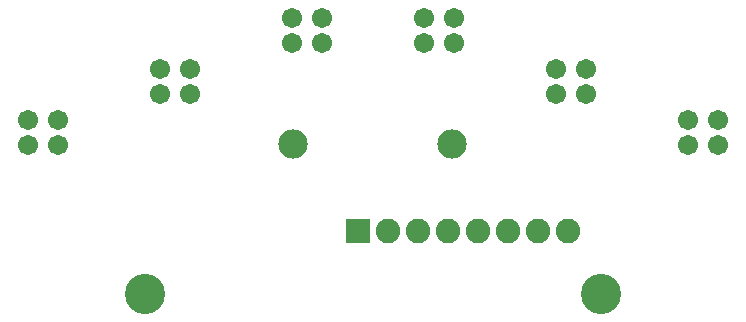
<source format=gbs>
G75*
G70*
%OFA0B0*%
%FSLAX24Y24*%
%IPPOS*%
%LPD*%
%AMOC8*
5,1,8,0,0,1.08239X$1,22.5*
%
%ADD10C,0.1340*%
%ADD11C,0.0980*%
%ADD12C,0.0674*%
%ADD13R,0.0820X0.0820*%
%ADD14C,0.0820*%
D10*
X012033Y005900D03*
X027233Y005900D03*
D11*
X022283Y010900D03*
X016983Y010900D03*
D12*
X013533Y012590D03*
X012533Y012590D03*
X012533Y013420D03*
X013533Y013420D03*
X016933Y014290D03*
X017933Y014290D03*
X017933Y015120D03*
X016933Y015120D03*
X021333Y015120D03*
X022333Y015120D03*
X022333Y014290D03*
X021333Y014290D03*
X025733Y013420D03*
X026733Y013420D03*
X026733Y012590D03*
X025733Y012590D03*
X030133Y011720D03*
X031133Y011720D03*
X031133Y010890D03*
X030133Y010890D03*
X009133Y010890D03*
X008133Y010890D03*
X008133Y011720D03*
X009133Y011720D03*
D13*
X019133Y008000D03*
D14*
X020133Y008000D03*
X021133Y008000D03*
X022133Y008000D03*
X023133Y008000D03*
X024133Y008000D03*
X025133Y008000D03*
X026133Y008000D03*
M02*

</source>
